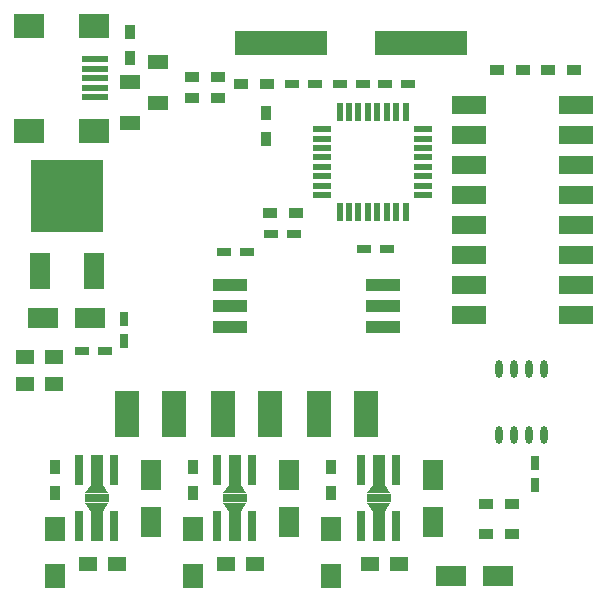
<source format=gtp>
G04 #@! TF.GenerationSoftware,KiCad,Pcbnew,(2017-05-08 revision d4e41c4f9)-makepkg*
G04 #@! TF.CreationDate,2017-05-10T17:18:05+02:00*
G04 #@! TF.ProjectId,led_pixel,6C65645F706978656C2E6B696361645F,1.0*
G04 #@! TF.FileFunction,Paste,Top*
G04 #@! TF.FilePolarity,Positive*
%FSLAX46Y46*%
G04 Gerber Fmt 4.6, Leading zero omitted, Abs format (unit mm)*
G04 Created by KiCad (PCBNEW (2017-05-08 revision d4e41c4f9)-makepkg) date 05/10/17 17:18:05*
%MOMM*%
%LPD*%
G01*
G04 APERTURE LIST*
%ADD10C,0.100000*%
%ADD11R,3.000000X1.000000*%
%ADD12R,7.875000X2.000000*%
%ADD13R,2.000000X4.000000*%
%ADD14R,1.200000X0.750000*%
%ADD15R,1.500000X1.250000*%
%ADD16R,0.750000X1.200000*%
%ADD17R,1.600000X0.550000*%
%ADD18R,0.550000X1.600000*%
%ADD19R,2.499360X1.998980*%
%ADD20R,2.301240X0.500380*%
%ADD21R,1.200000X0.900000*%
%ADD22R,0.900000X1.200000*%
%ADD23R,1.700000X2.000000*%
%ADD24R,1.651000X3.048000*%
%ADD25R,6.096000X6.096000*%
%ADD26C,0.750000*%
%ADD27R,0.700000X2.500000*%
%ADD28R,1.000000X2.500000*%
%ADD29R,2.000000X0.800000*%
%ADD30O,0.609600X1.473200*%
%ADD31R,3.000000X1.500000*%
%ADD32R,1.700000X1.300000*%
%ADD33R,2.500000X1.800000*%
%ADD34R,1.800000X2.500000*%
G04 APERTURE END LIST*
D10*
D11*
X156500000Y-88200000D03*
X156500000Y-90000000D03*
X156500000Y-91800000D03*
X143500000Y-91800000D03*
X143500000Y-90000000D03*
X143500000Y-88200000D03*
D12*
X159687500Y-67750000D03*
X147812500Y-67750000D03*
D13*
X138792000Y-99144000D03*
X134792000Y-99144000D03*
X146920000Y-99144000D03*
X142920000Y-99144000D03*
X151048000Y-99144000D03*
X155048000Y-99144000D03*
D14*
X152860000Y-71204000D03*
X154760000Y-71204000D03*
X150700000Y-71204000D03*
X148800000Y-71204000D03*
X147018000Y-83904000D03*
X148918000Y-83904000D03*
X144915000Y-85428000D03*
X143015000Y-85428000D03*
X154892000Y-85174000D03*
X156792000Y-85174000D03*
X156670000Y-71204000D03*
X158570000Y-71204000D03*
D15*
X128644000Y-96604000D03*
X126144000Y-96604000D03*
X126144000Y-94318000D03*
X128644000Y-94318000D03*
D14*
X131016000Y-93810000D03*
X132916000Y-93810000D03*
D16*
X134506000Y-91082000D03*
X134506000Y-92982000D03*
D15*
X155354000Y-111844000D03*
X157854000Y-111844000D03*
X145662000Y-111844000D03*
X143162000Y-111844000D03*
X131478000Y-111844000D03*
X133978000Y-111844000D03*
D17*
X159838000Y-75008000D03*
X159838000Y-75808000D03*
X159838000Y-76608000D03*
X159838000Y-77408000D03*
X159838000Y-78208000D03*
X159838000Y-79008000D03*
X159838000Y-79808000D03*
X159838000Y-80608000D03*
D18*
X158388000Y-82058000D03*
X157588000Y-82058000D03*
X156788000Y-82058000D03*
X155988000Y-82058000D03*
X155188000Y-82058000D03*
X154388000Y-82058000D03*
X153588000Y-82058000D03*
X152788000Y-82058000D03*
D17*
X151338000Y-80608000D03*
X151338000Y-79808000D03*
X151338000Y-79008000D03*
X151338000Y-78208000D03*
X151338000Y-77408000D03*
X151338000Y-76608000D03*
X151338000Y-75808000D03*
X151338000Y-75008000D03*
D18*
X152788000Y-73558000D03*
X153588000Y-73558000D03*
X154388000Y-73558000D03*
X155188000Y-73558000D03*
X155988000Y-73558000D03*
X156788000Y-73558000D03*
X157588000Y-73558000D03*
X158388000Y-73558000D03*
D19*
X126515160Y-75146080D03*
X132014260Y-75146080D03*
X126515160Y-66245920D03*
X132014260Y-66245920D03*
D20*
X132113320Y-72296200D03*
X132113320Y-71496100D03*
X132113320Y-70696000D03*
X132113320Y-69895900D03*
X132113320Y-69095800D03*
D21*
X144455000Y-71204000D03*
X146655000Y-71204000D03*
D22*
X135014000Y-69002000D03*
X135014000Y-66802000D03*
D21*
X149068000Y-82126000D03*
X146868000Y-82126000D03*
X142464000Y-70569000D03*
X140264000Y-70569000D03*
X140264000Y-72347000D03*
X142464000Y-72347000D03*
X170400000Y-70000000D03*
X172600000Y-70000000D03*
X168350000Y-70000000D03*
X166150000Y-70000000D03*
D23*
X152032000Y-112828000D03*
X152032000Y-108828000D03*
X140348000Y-112828000D03*
X140348000Y-108828000D03*
X128664000Y-108828000D03*
X128664000Y-112828000D03*
D21*
X165156000Y-109304000D03*
X167356000Y-109304000D03*
X167356000Y-106764000D03*
X165156000Y-106764000D03*
D24*
X131966000Y-86995000D03*
D25*
X129680000Y-80645000D03*
D24*
X127394000Y-86995000D03*
D16*
X169304000Y-105174000D03*
X169304000Y-103274000D03*
D22*
X152032000Y-105832000D03*
X152032000Y-103632000D03*
X140348000Y-105832000D03*
X140348000Y-103632000D03*
X128664000Y-103632000D03*
X128664000Y-105832000D03*
D26*
X156096000Y-107036000D03*
D10*
G36*
X157096000Y-106661000D02*
X156596000Y-107411000D01*
X155596000Y-107411000D01*
X155096000Y-106661000D01*
X157096000Y-106661000D01*
X157096000Y-106661000D01*
G37*
D27*
X157596000Y-108606000D03*
X154596000Y-108606000D03*
X157596000Y-103906000D03*
D28*
X156096000Y-103906000D03*
D27*
X154596000Y-103906000D03*
D28*
X156096000Y-108606000D03*
D26*
X156096000Y-105476000D03*
D10*
G36*
X155096000Y-105851000D02*
X155596000Y-105101000D01*
X156596000Y-105101000D01*
X157096000Y-105851000D01*
X155096000Y-105851000D01*
X155096000Y-105851000D01*
G37*
D29*
X156096000Y-106256000D03*
X143904000Y-106256000D03*
D26*
X143904000Y-105476000D03*
D10*
G36*
X142904000Y-105851000D02*
X143404000Y-105101000D01*
X144404000Y-105101000D01*
X144904000Y-105851000D01*
X142904000Y-105851000D01*
X142904000Y-105851000D01*
G37*
D28*
X143904000Y-108606000D03*
D27*
X142404000Y-103906000D03*
D28*
X143904000Y-103906000D03*
D27*
X145404000Y-103906000D03*
X142404000Y-108606000D03*
X145404000Y-108606000D03*
D26*
X143904000Y-107036000D03*
D10*
G36*
X144904000Y-106661000D02*
X144404000Y-107411000D01*
X143404000Y-107411000D01*
X142904000Y-106661000D01*
X144904000Y-106661000D01*
X144904000Y-106661000D01*
G37*
D30*
X170066000Y-100922000D03*
X168796000Y-100922000D03*
X167526000Y-100922000D03*
X166256000Y-100922000D03*
X166256000Y-95334000D03*
X167526000Y-95334000D03*
X168796000Y-95334000D03*
X170066000Y-95334000D03*
D29*
X132220000Y-106256000D03*
D26*
X132220000Y-105476000D03*
D10*
G36*
X131220000Y-105851000D02*
X131720000Y-105101000D01*
X132720000Y-105101000D01*
X133220000Y-105851000D01*
X131220000Y-105851000D01*
X131220000Y-105851000D01*
G37*
D28*
X132220000Y-108606000D03*
D27*
X130720000Y-103906000D03*
D28*
X132220000Y-103906000D03*
D27*
X133720000Y-103906000D03*
X130720000Y-108606000D03*
X133720000Y-108606000D03*
D26*
X132220000Y-107036000D03*
D10*
G36*
X133220000Y-106661000D02*
X132720000Y-107411000D01*
X131720000Y-107411000D01*
X131220000Y-106661000D01*
X133220000Y-106661000D01*
X133220000Y-106661000D01*
G37*
D31*
X172788000Y-90762000D03*
X163788000Y-90762000D03*
X163788000Y-88222000D03*
X163788000Y-85682000D03*
X163788000Y-83142000D03*
X163788000Y-80602000D03*
X163788000Y-78062000D03*
X163788000Y-75522000D03*
X163788000Y-72982000D03*
X172788000Y-88222000D03*
X172788000Y-85682000D03*
X172788000Y-83142000D03*
X172788000Y-80602000D03*
X172788000Y-78062000D03*
X172788000Y-75522000D03*
X172788000Y-72982000D03*
D32*
X135014000Y-70978000D03*
X135014000Y-74478000D03*
X137427000Y-72827000D03*
X137427000Y-69327000D03*
D33*
X131680000Y-91016000D03*
X127680000Y-91016000D03*
D34*
X160668000Y-108256000D03*
X160668000Y-104256000D03*
X148476000Y-104256000D03*
X148476000Y-108256000D03*
D33*
X166224000Y-112860000D03*
X162224000Y-112860000D03*
D34*
X136792000Y-108256000D03*
X136792000Y-104256000D03*
D22*
X146571000Y-75860000D03*
X146571000Y-73660000D03*
M02*

</source>
